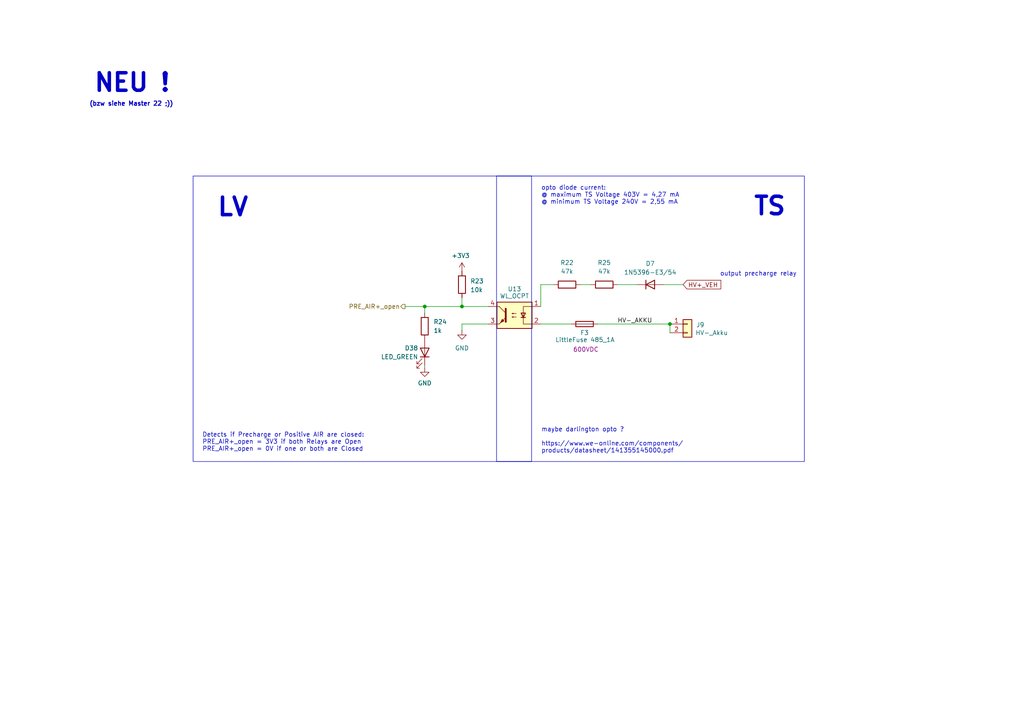
<source format=kicad_sch>
(kicad_sch
	(version 20231120)
	(generator "eeschema")
	(generator_version "8.0")
	(uuid "147e6aec-331a-4a67-bc56-2e8ecabcaa8b")
	(paper "A4")
	(lib_symbols
		(symbol "Connector_Generic:Conn_01x02"
			(pin_names
				(offset 1.016) hide)
			(exclude_from_sim no)
			(in_bom yes)
			(on_board yes)
			(property "Reference" "J"
				(at 0 2.54 0)
				(effects
					(font
						(size 1.27 1.27)
					)
				)
			)
			(property "Value" "Conn_01x02"
				(at 0 -5.08 0)
				(effects
					(font
						(size 1.27 1.27)
					)
				)
			)
			(property "Footprint" ""
				(at 0 0 0)
				(effects
					(font
						(size 1.27 1.27)
					)
					(hide yes)
				)
			)
			(property "Datasheet" "~"
				(at 0 0 0)
				(effects
					(font
						(size 1.27 1.27)
					)
					(hide yes)
				)
			)
			(property "Description" "Generic connector, single row, 01x02, script generated (kicad-library-utils/schlib/autogen/connector/)"
				(at 0 0 0)
				(effects
					(font
						(size 1.27 1.27)
					)
					(hide yes)
				)
			)
			(property "ki_keywords" "connector"
				(at 0 0 0)
				(effects
					(font
						(size 1.27 1.27)
					)
					(hide yes)
				)
			)
			(property "ki_fp_filters" "Connector*:*_1x??_*"
				(at 0 0 0)
				(effects
					(font
						(size 1.27 1.27)
					)
					(hide yes)
				)
			)
			(symbol "Conn_01x02_1_1"
				(rectangle
					(start -1.27 -2.413)
					(end 0 -2.667)
					(stroke
						(width 0.1524)
						(type default)
					)
					(fill
						(type none)
					)
				)
				(rectangle
					(start -1.27 0.127)
					(end 0 -0.127)
					(stroke
						(width 0.1524)
						(type default)
					)
					(fill
						(type none)
					)
				)
				(rectangle
					(start -1.27 1.27)
					(end 1.27 -3.81)
					(stroke
						(width 0.254)
						(type default)
					)
					(fill
						(type background)
					)
				)
				(pin passive line
					(at -5.08 0 0)
					(length 3.81)
					(name "Pin_1"
						(effects
							(font
								(size 1.27 1.27)
							)
						)
					)
					(number "1"
						(effects
							(font
								(size 1.27 1.27)
							)
						)
					)
				)
				(pin passive line
					(at -5.08 -2.54 0)
					(length 3.81)
					(name "Pin_2"
						(effects
							(font
								(size 1.27 1.27)
							)
						)
					)
					(number "2"
						(effects
							(font
								(size 1.27 1.27)
							)
						)
					)
				)
			)
		)
		(symbol "Device:D"
			(pin_numbers hide)
			(pin_names
				(offset 1.016) hide)
			(exclude_from_sim no)
			(in_bom yes)
			(on_board yes)
			(property "Reference" "D"
				(at 0 2.54 0)
				(effects
					(font
						(size 1.27 1.27)
					)
				)
			)
			(property "Value" "D"
				(at 0 -2.54 0)
				(effects
					(font
						(size 1.27 1.27)
					)
				)
			)
			(property "Footprint" ""
				(at 0 0 0)
				(effects
					(font
						(size 1.27 1.27)
					)
					(hide yes)
				)
			)
			(property "Datasheet" "~"
				(at 0 0 0)
				(effects
					(font
						(size 1.27 1.27)
					)
					(hide yes)
				)
			)
			(property "Description" "Diode"
				(at 0 0 0)
				(effects
					(font
						(size 1.27 1.27)
					)
					(hide yes)
				)
			)
			(property "ki_keywords" "diode"
				(at 0 0 0)
				(effects
					(font
						(size 1.27 1.27)
					)
					(hide yes)
				)
			)
			(property "ki_fp_filters" "TO-???* *_Diode_* *SingleDiode* D_*"
				(at 0 0 0)
				(effects
					(font
						(size 1.27 1.27)
					)
					(hide yes)
				)
			)
			(symbol "D_0_1"
				(polyline
					(pts
						(xy -1.27 1.27) (xy -1.27 -1.27)
					)
					(stroke
						(width 0.254)
						(type default)
					)
					(fill
						(type none)
					)
				)
				(polyline
					(pts
						(xy 1.27 0) (xy -1.27 0)
					)
					(stroke
						(width 0)
						(type default)
					)
					(fill
						(type none)
					)
				)
				(polyline
					(pts
						(xy 1.27 1.27) (xy 1.27 -1.27) (xy -1.27 0) (xy 1.27 1.27)
					)
					(stroke
						(width 0.254)
						(type default)
					)
					(fill
						(type none)
					)
				)
			)
			(symbol "D_1_1"
				(pin passive line
					(at -3.81 0 0)
					(length 2.54)
					(name "K"
						(effects
							(font
								(size 1.27 1.27)
							)
						)
					)
					(number "1"
						(effects
							(font
								(size 1.27 1.27)
							)
						)
					)
				)
				(pin passive line
					(at 3.81 0 180)
					(length 2.54)
					(name "A"
						(effects
							(font
								(size 1.27 1.27)
							)
						)
					)
					(number "2"
						(effects
							(font
								(size 1.27 1.27)
							)
						)
					)
				)
			)
		)
		(symbol "Device:LED"
			(pin_numbers hide)
			(pin_names
				(offset 1.016) hide)
			(exclude_from_sim no)
			(in_bom yes)
			(on_board yes)
			(property "Reference" "D"
				(at 0 2.54 0)
				(effects
					(font
						(size 1.27 1.27)
					)
				)
			)
			(property "Value" "LED"
				(at 0 -2.54 0)
				(effects
					(font
						(size 1.27 1.27)
					)
				)
			)
			(property "Footprint" ""
				(at 0 0 0)
				(effects
					(font
						(size 1.27 1.27)
					)
					(hide yes)
				)
			)
			(property "Datasheet" "~"
				(at 0 0 0)
				(effects
					(font
						(size 1.27 1.27)
					)
					(hide yes)
				)
			)
			(property "Description" "Light emitting diode"
				(at 0 0 0)
				(effects
					(font
						(size 1.27 1.27)
					)
					(hide yes)
				)
			)
			(property "ki_keywords" "LED diode"
				(at 0 0 0)
				(effects
					(font
						(size 1.27 1.27)
					)
					(hide yes)
				)
			)
			(property "ki_fp_filters" "LED* LED_SMD:* LED_THT:*"
				(at 0 0 0)
				(effects
					(font
						(size 1.27 1.27)
					)
					(hide yes)
				)
			)
			(symbol "LED_0_1"
				(polyline
					(pts
						(xy -1.27 -1.27) (xy -1.27 1.27)
					)
					(stroke
						(width 0.254)
						(type default)
					)
					(fill
						(type none)
					)
				)
				(polyline
					(pts
						(xy -1.27 0) (xy 1.27 0)
					)
					(stroke
						(width 0)
						(type default)
					)
					(fill
						(type none)
					)
				)
				(polyline
					(pts
						(xy 1.27 -1.27) (xy 1.27 1.27) (xy -1.27 0) (xy 1.27 -1.27)
					)
					(stroke
						(width 0.254)
						(type default)
					)
					(fill
						(type none)
					)
				)
				(polyline
					(pts
						(xy -3.048 -0.762) (xy -4.572 -2.286) (xy -3.81 -2.286) (xy -4.572 -2.286) (xy -4.572 -1.524)
					)
					(stroke
						(width 0)
						(type default)
					)
					(fill
						(type none)
					)
				)
				(polyline
					(pts
						(xy -1.778 -0.762) (xy -3.302 -2.286) (xy -2.54 -2.286) (xy -3.302 -2.286) (xy -3.302 -1.524)
					)
					(stroke
						(width 0)
						(type default)
					)
					(fill
						(type none)
					)
				)
			)
			(symbol "LED_1_1"
				(pin passive line
					(at -3.81 0 0)
					(length 2.54)
					(name "K"
						(effects
							(font
								(size 1.27 1.27)
							)
						)
					)
					(number "1"
						(effects
							(font
								(size 1.27 1.27)
							)
						)
					)
				)
				(pin passive line
					(at 3.81 0 180)
					(length 2.54)
					(name "A"
						(effects
							(font
								(size 1.27 1.27)
							)
						)
					)
					(number "2"
						(effects
							(font
								(size 1.27 1.27)
							)
						)
					)
				)
			)
		)
		(symbol "Device:R"
			(pin_numbers hide)
			(pin_names
				(offset 0)
			)
			(exclude_from_sim no)
			(in_bom yes)
			(on_board yes)
			(property "Reference" "R"
				(at 2.032 0 90)
				(effects
					(font
						(size 1.27 1.27)
					)
				)
			)
			(property "Value" "R"
				(at 0 0 90)
				(effects
					(font
						(size 1.27 1.27)
					)
				)
			)
			(property "Footprint" ""
				(at -1.778 0 90)
				(effects
					(font
						(size 1.27 1.27)
					)
					(hide yes)
				)
			)
			(property "Datasheet" "~"
				(at 0 0 0)
				(effects
					(font
						(size 1.27 1.27)
					)
					(hide yes)
				)
			)
			(property "Description" "Resistor"
				(at 0 0 0)
				(effects
					(font
						(size 1.27 1.27)
					)
					(hide yes)
				)
			)
			(property "ki_keywords" "R res resistor"
				(at 0 0 0)
				(effects
					(font
						(size 1.27 1.27)
					)
					(hide yes)
				)
			)
			(property "ki_fp_filters" "R_*"
				(at 0 0 0)
				(effects
					(font
						(size 1.27 1.27)
					)
					(hide yes)
				)
			)
			(symbol "R_0_1"
				(rectangle
					(start -1.016 -2.54)
					(end 1.016 2.54)
					(stroke
						(width 0.254)
						(type default)
					)
					(fill
						(type none)
					)
				)
			)
			(symbol "R_1_1"
				(pin passive line
					(at 0 3.81 270)
					(length 1.27)
					(name "~"
						(effects
							(font
								(size 1.27 1.27)
							)
						)
					)
					(number "1"
						(effects
							(font
								(size 1.27 1.27)
							)
						)
					)
				)
				(pin passive line
					(at 0 -3.81 90)
					(length 1.27)
					(name "~"
						(effects
							(font
								(size 1.27 1.27)
							)
						)
					)
					(number "2"
						(effects
							(font
								(size 1.27 1.27)
							)
						)
					)
				)
			)
		)
		(symbol "FaSTTUBe_Fuses:485_1A"
			(pin_numbers hide)
			(pin_names
				(offset 0)
			)
			(exclude_from_sim no)
			(in_bom yes)
			(on_board yes)
			(property "Reference" "F"
				(at 2.032 0 90)
				(effects
					(font
						(size 1.27 1.27)
					)
				)
			)
			(property "Value" "485_1A"
				(at -5.08 0 90)
				(effects
					(font
						(size 1.27 1.27)
					)
				)
			)
			(property "Footprint" "FaSTTUBe_Fuses:Littelfuse_485"
				(at 5.08 0 90)
				(effects
					(font
						(size 1.27 1.27)
					)
					(hide yes)
				)
			)
			(property "Datasheet" "~"
				(at 0 0 0)
				(effects
					(font
						(size 1.27 1.27)
					)
					(hide yes)
				)
			)
			(property "Description" "Littelfuse 485 Series 600Vdc, 1A"
				(at 0 0 0)
				(effects
					(font
						(size 1.27 1.27)
					)
					(hide yes)
				)
			)
			(property "Voltage" "600VDC"
				(at -2.54 0 90)
				(effects
					(font
						(size 1.27 1.27)
					)
				)
			)
			(property "ki_keywords" "fuse"
				(at 0 0 0)
				(effects
					(font
						(size 1.27 1.27)
					)
					(hide yes)
				)
			)
			(property "ki_fp_filters" "*Fuse*"
				(at 0 0 0)
				(effects
					(font
						(size 1.27 1.27)
					)
					(hide yes)
				)
			)
			(symbol "485_1A_0_1"
				(rectangle
					(start -0.762 -2.54)
					(end 0.762 2.54)
					(stroke
						(width 0.254)
						(type default)
					)
					(fill
						(type none)
					)
				)
				(polyline
					(pts
						(xy 0 2.54) (xy 0 -2.54)
					)
					(stroke
						(width 0)
						(type default)
					)
					(fill
						(type none)
					)
				)
			)
			(symbol "485_1A_1_1"
				(pin passive line
					(at 0 3.81 270)
					(length 1.27)
					(name "~"
						(effects
							(font
								(size 1.27 1.27)
							)
						)
					)
					(number "1"
						(effects
							(font
								(size 1.27 1.27)
							)
						)
					)
				)
				(pin passive line
					(at 0 -3.81 90)
					(length 1.27)
					(name "~"
						(effects
							(font
								(size 1.27 1.27)
							)
						)
					)
					(number "2"
						(effects
							(font
								(size 1.27 1.27)
							)
						)
					)
				)
			)
		)
		(symbol "Isolator:FODM217A"
			(exclude_from_sim no)
			(in_bom yes)
			(on_board yes)
			(property "Reference" "U4"
				(at 1.27 7.62 0)
				(effects
					(font
						(size 1.27 1.27)
					)
				)
			)
			(property "Value" "WL_OCDA"
				(at 1.27 5.588 0)
				(effects
					(font
						(size 1.27 1.27)
					)
				)
			)
			(property "Footprint" "Package_SO:SOP-4_4.4x2.6mm_P1.27mm"
				(at 0 -5.08 0)
				(effects
					(font
						(size 1.27 1.27)
						(italic yes)
					)
					(hide yes)
				)
			)
			(property "Datasheet" ""
				(at 0 0 0)
				(effects
					(font
						(size 1.27 1.27)
					)
					(justify left)
					(hide yes)
				)
			)
			(property "Description" "141352145000"
				(at 0 0 0)
				(effects
					(font
						(size 1.27 1.27)
					)
					(hide yes)
				)
			)
			(property "ki_keywords" "DC Phototransistor Optocoupler"
				(at 0 0 0)
				(effects
					(font
						(size 1.27 1.27)
					)
					(hide yes)
				)
			)
			(property "ki_fp_filters" "SOP*4.4x2.6mm*P1.27mm*"
				(at 0 0 0)
				(effects
					(font
						(size 1.27 1.27)
					)
					(hide yes)
				)
			)
			(symbol "FODM217A_0_1"
				(rectangle
					(start -5.08 3.81)
					(end 5.08 -3.81)
					(stroke
						(width 0.254)
						(type default)
					)
					(fill
						(type background)
					)
				)
				(polyline
					(pts
						(xy -3.175 -0.635) (xy -1.905 -0.635)
					)
					(stroke
						(width 0.254)
						(type default)
					)
					(fill
						(type none)
					)
				)
				(polyline
					(pts
						(xy 2.54 0.635) (xy 4.445 2.54)
					)
					(stroke
						(width 0)
						(type default)
					)
					(fill
						(type none)
					)
				)
				(polyline
					(pts
						(xy 4.445 -2.54) (xy 2.54 -0.635)
					)
					(stroke
						(width 0)
						(type default)
					)
					(fill
						(type outline)
					)
				)
				(polyline
					(pts
						(xy 4.445 -2.54) (xy 5.08 -2.54)
					)
					(stroke
						(width 0)
						(type default)
					)
					(fill
						(type none)
					)
				)
				(polyline
					(pts
						(xy 4.445 2.54) (xy 5.08 2.54)
					)
					(stroke
						(width 0)
						(type default)
					)
					(fill
						(type none)
					)
				)
				(polyline
					(pts
						(xy -5.08 2.54) (xy -2.54 2.54) (xy -2.54 -0.635)
					)
					(stroke
						(width 0)
						(type default)
					)
					(fill
						(type none)
					)
				)
				(polyline
					(pts
						(xy -2.54 -0.635) (xy -2.54 -2.54) (xy -5.08 -2.54)
					)
					(stroke
						(width 0)
						(type default)
					)
					(fill
						(type none)
					)
				)
				(polyline
					(pts
						(xy 2.54 1.905) (xy 2.54 -1.905) (xy 2.54 -1.905)
					)
					(stroke
						(width 0.508)
						(type default)
					)
					(fill
						(type none)
					)
				)
				(polyline
					(pts
						(xy -2.54 -0.635) (xy -3.175 0.635) (xy -1.905 0.635) (xy -2.54 -0.635)
					)
					(stroke
						(width 0.254)
						(type default)
					)
					(fill
						(type none)
					)
				)
				(polyline
					(pts
						(xy -0.508 -0.508) (xy 0.762 -0.508) (xy 0.381 -0.635) (xy 0.381 -0.381) (xy 0.762 -0.508)
					)
					(stroke
						(width 0)
						(type default)
					)
					(fill
						(type none)
					)
				)
				(polyline
					(pts
						(xy -0.508 0.508) (xy 0.762 0.508) (xy 0.381 0.381) (xy 0.381 0.635) (xy 0.762 0.508)
					)
					(stroke
						(width 0)
						(type default)
					)
					(fill
						(type none)
					)
				)
				(polyline
					(pts
						(xy 3.048 -1.651) (xy 3.556 -1.143) (xy 4.064 -2.159) (xy 3.048 -1.651) (xy 3.048 -1.651)
					)
					(stroke
						(width 0)
						(type default)
					)
					(fill
						(type outline)
					)
				)
			)
			(symbol "FODM217A_1_1"
				(pin passive line
					(at -7.62 2.54 0)
					(length 2.54)
					(name "~"
						(effects
							(font
								(size 1.27 1.27)
							)
						)
					)
					(number "1"
						(effects
							(font
								(size 1.27 1.27)
							)
						)
					)
				)
				(pin passive line
					(at -7.62 -2.54 0)
					(length 2.54)
					(name "~"
						(effects
							(font
								(size 1.27 1.27)
							)
						)
					)
					(number "2"
						(effects
							(font
								(size 1.27 1.27)
							)
						)
					)
				)
				(pin passive line
					(at 7.62 -2.54 180)
					(length 2.54)
					(name "~"
						(effects
							(font
								(size 1.27 1.27)
							)
						)
					)
					(number "3"
						(effects
							(font
								(size 1.27 1.27)
							)
						)
					)
				)
				(pin passive line
					(at 7.62 2.54 180)
					(length 2.54)
					(name "~"
						(effects
							(font
								(size 1.27 1.27)
							)
						)
					)
					(number "4"
						(effects
							(font
								(size 1.27 1.27)
							)
						)
					)
				)
			)
		)
		(symbol "power:+3V3"
			(power)
			(pin_numbers hide)
			(pin_names
				(offset 0) hide)
			(exclude_from_sim no)
			(in_bom yes)
			(on_board yes)
			(property "Reference" "#PWR"
				(at 0 -3.81 0)
				(effects
					(font
						(size 1.27 1.27)
					)
					(hide yes)
				)
			)
			(property "Value" "+3V3"
				(at 0 3.556 0)
				(effects
					(font
						(size 1.27 1.27)
					)
				)
			)
			(property "Footprint" ""
				(at 0 0 0)
				(effects
					(font
						(size 1.27 1.27)
					)
					(hide yes)
				)
			)
			(property "Datasheet" ""
				(at 0 0 0)
				(effects
					(font
						(size 1.27 1.27)
					)
					(hide yes)
				)
			)
			(property "Description" "Power symbol creates a global label with name \"+3V3\""
				(at 0 0 0)
				(effects
					(font
						(size 1.27 1.27)
					)
					(hide yes)
				)
			)
			(property "ki_keywords" "global power"
				(at 0 0 0)
				(effects
					(font
						(size 1.27 1.27)
					)
					(hide yes)
				)
			)
			(symbol "+3V3_0_1"
				(polyline
					(pts
						(xy -0.762 1.27) (xy 0 2.54)
					)
					(stroke
						(width 0)
						(type default)
					)
					(fill
						(type none)
					)
				)
				(polyline
					(pts
						(xy 0 0) (xy 0 2.54)
					)
					(stroke
						(width 0)
						(type default)
					)
					(fill
						(type none)
					)
				)
				(polyline
					(pts
						(xy 0 2.54) (xy 0.762 1.27)
					)
					(stroke
						(width 0)
						(type default)
					)
					(fill
						(type none)
					)
				)
			)
			(symbol "+3V3_1_1"
				(pin power_in line
					(at 0 0 90)
					(length 0)
					(name "~"
						(effects
							(font
								(size 1.27 1.27)
							)
						)
					)
					(number "1"
						(effects
							(font
								(size 1.27 1.27)
							)
						)
					)
				)
			)
		)
		(symbol "power:GND"
			(power)
			(pin_numbers hide)
			(pin_names
				(offset 0) hide)
			(exclude_from_sim no)
			(in_bom yes)
			(on_board yes)
			(property "Reference" "#PWR"
				(at 0 -6.35 0)
				(effects
					(font
						(size 1.27 1.27)
					)
					(hide yes)
				)
			)
			(property "Value" "GND"
				(at 0 -3.81 0)
				(effects
					(font
						(size 1.27 1.27)
					)
				)
			)
			(property "Footprint" ""
				(at 0 0 0)
				(effects
					(font
						(size 1.27 1.27)
					)
					(hide yes)
				)
			)
			(property "Datasheet" ""
				(at 0 0 0)
				(effects
					(font
						(size 1.27 1.27)
					)
					(hide yes)
				)
			)
			(property "Description" "Power symbol creates a global label with name \"GND\" , ground"
				(at 0 0 0)
				(effects
					(font
						(size 1.27 1.27)
					)
					(hide yes)
				)
			)
			(property "ki_keywords" "global power"
				(at 0 0 0)
				(effects
					(font
						(size 1.27 1.27)
					)
					(hide yes)
				)
			)
			(symbol "GND_0_1"
				(polyline
					(pts
						(xy 0 0) (xy 0 -1.27) (xy 1.27 -1.27) (xy 0 -2.54) (xy -1.27 -1.27) (xy 0 -1.27)
					)
					(stroke
						(width 0)
						(type default)
					)
					(fill
						(type none)
					)
				)
			)
			(symbol "GND_1_1"
				(pin power_in line
					(at 0 0 270)
					(length 0)
					(name "~"
						(effects
							(font
								(size 1.27 1.27)
							)
						)
					)
					(number "1"
						(effects
							(font
								(size 1.27 1.27)
							)
						)
					)
				)
			)
		)
	)
	(junction
		(at 123.19 88.9)
		(diameter 0)
		(color 0 0 0 0)
		(uuid "35e71489-103b-489c-bf28-4add031872bd")
	)
	(junction
		(at 194.31 93.98)
		(diameter 0)
		(color 0 0 0 0)
		(uuid "4317e541-6f8d-4f01-813e-5bb5a099a361")
	)
	(junction
		(at 133.985 88.9)
		(diameter 0)
		(color 0 0 0 0)
		(uuid "dc8f0e16-e756-4195-9ab7-b783d2d40ddd")
	)
	(wire
		(pts
			(xy 173.355 93.98) (xy 194.31 93.98)
		)
		(stroke
			(width 0)
			(type default)
		)
		(uuid "21c922c4-52b3-4aef-8b9c-24a5339fbc0e")
	)
	(wire
		(pts
			(xy 123.19 90.805) (xy 123.19 88.9)
		)
		(stroke
			(width 0)
			(type default)
		)
		(uuid "2b74c7f5-29e3-43c6-9b8e-a3c4028200ac")
	)
	(wire
		(pts
			(xy 179.07 82.55) (xy 184.785 82.55)
		)
		(stroke
			(width 0)
			(type default)
		)
		(uuid "2cf17f9d-09cd-4cf4-a107-3c1a1b2f52b8")
	)
	(wire
		(pts
			(xy 192.405 82.55) (xy 198.12 82.55)
		)
		(stroke
			(width 0)
			(type default)
		)
		(uuid "3c1b7ab8-dc73-43a9-b854-0d74a410f323")
	)
	(wire
		(pts
			(xy 123.19 88.9) (xy 133.985 88.9)
		)
		(stroke
			(width 0)
			(type default)
		)
		(uuid "50869dfd-a745-49af-b179-508b0fbf13b2")
	)
	(wire
		(pts
			(xy 194.31 93.98) (xy 194.31 96.52)
		)
		(stroke
			(width 0)
			(type default)
		)
		(uuid "6c5b4f5b-9046-41c3-8921-e56002edad84")
	)
	(wire
		(pts
			(xy 168.275 82.55) (xy 171.45 82.55)
		)
		(stroke
			(width 0)
			(type default)
		)
		(uuid "7912bf64-d739-4ff1-8d14-f38fd680be28")
	)
	(wire
		(pts
			(xy 117.475 88.9) (xy 123.19 88.9)
		)
		(stroke
			(width 0)
			(type default)
		)
		(uuid "7a893ff7-9d23-4a68-8c48-0f13785f7221")
	)
	(wire
		(pts
			(xy 156.845 93.98) (xy 165.735 93.98)
		)
		(stroke
			(width 0)
			(type default)
		)
		(uuid "7d9021ae-2354-449d-b4e8-b723040b4c85")
	)
	(wire
		(pts
			(xy 133.985 95.885) (xy 133.985 93.98)
		)
		(stroke
			(width 0)
			(type default)
		)
		(uuid "95d3d2ba-60e0-46c6-912a-d230173a9267")
	)
	(wire
		(pts
			(xy 156.845 82.55) (xy 160.655 82.55)
		)
		(stroke
			(width 0)
			(type default)
		)
		(uuid "9b5a8e3a-a60e-435e-980b-88c13ae80855")
	)
	(wire
		(pts
			(xy 133.985 86.36) (xy 133.985 88.9)
		)
		(stroke
			(width 0)
			(type default)
		)
		(uuid "a40bccd4-f801-441a-8a84-b67eb282c3aa")
	)
	(wire
		(pts
			(xy 123.19 106.68) (xy 123.19 106.045)
		)
		(stroke
			(width 0)
			(type default)
		)
		(uuid "b341459c-74b4-4deb-bc92-b9c22162f9ab")
	)
	(wire
		(pts
			(xy 156.845 82.55) (xy 156.845 88.9)
		)
		(stroke
			(width 0)
			(type default)
		)
		(uuid "e651083f-a660-4b21-bed2-5310f84d55dc")
	)
	(wire
		(pts
			(xy 133.985 88.9) (xy 141.605 88.9)
		)
		(stroke
			(width 0)
			(type default)
		)
		(uuid "e821dad4-9261-4aab-a9a6-fafa560a6adb")
	)
	(wire
		(pts
			(xy 133.985 93.98) (xy 141.605 93.98)
		)
		(stroke
			(width 0)
			(type default)
		)
		(uuid "ed82b0ef-233b-445e-ad4f-19bc23585345")
	)
	(rectangle
		(start 144.018 51.054)
		(end 154.178 133.858)
		(stroke
			(width 0)
			(type default)
		)
		(fill
			(type none)
		)
		(uuid bd18933d-e4fb-45ca-b0c6-70fbd94acf38)
	)
	(rectangle
		(start 56.007 51.054)
		(end 233.299 133.858)
		(stroke
			(width 0)
			(type default)
		)
		(fill
			(type none)
		)
		(uuid cfa3ce83-a4c7-4028-a13b-f95170c7c6d6)
	)
	(text "output precharge relay"
		(exclude_from_sim no)
		(at 219.964 79.502 0)
		(effects
			(font
				(size 1.27 1.27)
			)
		)
		(uuid "1da9d064-f97b-4474-95a0-163f901aa209")
	)
	(text "(bzw siehe Master 22 ;))"
		(exclude_from_sim no)
		(at 38.1 30.226 0)
		(effects
			(font
				(size 1.27 1.27)
				(bold yes)
			)
		)
		(uuid "23a9f6c2-faff-41cb-a88f-a0612b5fe23e")
	)
	(text "Detects if Precharge or Positive AIR are closed:\nPRE_AIR+_open = 3V3 if both Relays are Open\nPRE_AIR+_open = 0V if one or both are Closed "
		(exclude_from_sim no)
		(at 58.674 131.064 0)
		(effects
			(font
				(size 1.27 1.27)
			)
			(justify left bottom)
		)
		(uuid "27fc8c63-bf68-4bcc-8c4e-45e741bd7282")
	)
	(text "LV"
		(exclude_from_sim no)
		(at 67.564 60.198 0)
		(effects
			(font
				(size 5.08 5.08)
				(thickness 1.016)
				(bold yes)
			)
		)
		(uuid "287bd5b3-90bf-47e8-a99a-1d46e3229eee")
	)
	(text "NEU !"
		(exclude_from_sim no)
		(at 38.354 24.13 0)
		(effects
			(font
				(size 5.08 5.08)
				(thickness 1.016)
				(bold yes)
			)
		)
		(uuid "8e2a41b3-a14d-47ea-b3fe-ca974fcea2aa")
	)
	(text "maybe darlington opto ?\n\nhttps://www.we-online.com/components/\nproducts/datasheet/141355145000.pdf"
		(exclude_from_sim no)
		(at 156.972 127.762 0)
		(effects
			(font
				(size 1.27 1.27)
			)
			(justify left)
		)
		(uuid "a2ad6220-9136-480b-b288-06933ae69049")
	)
	(text "TS"
		(exclude_from_sim no)
		(at 223.266 59.944 0)
		(effects
			(font
				(size 5.08 5.08)
				(thickness 1.016)
				(bold yes)
			)
		)
		(uuid "b075c53d-92c9-456d-abf7-eed816b092d6")
	)
	(text "opto diode current:\n@ maximum TS Voltage 403V = 4,27 mA\n@ minimum TS Voltage 240V = 2,55 mA"
		(exclude_from_sim no)
		(at 156.972 56.642 0)
		(effects
			(font
				(size 1.27 1.27)
			)
			(justify left)
		)
		(uuid "d4b04a63-fe59-4b72-943d-35207f31044c")
	)
	(label "HV-_AKKU"
		(at 179.07 93.98 0)
		(fields_autoplaced yes)
		(effects
			(font
				(size 1.27 1.27)
			)
			(justify left bottom)
		)
		(uuid "95509a72-45dd-4cf0-ab2d-f7da0663a473")
	)
	(global_label "HV+_VEH"
		(shape input)
		(at 198.12 82.55 0)
		(fields_autoplaced yes)
		(effects
			(font
				(size 1.27 1.27)
			)
			(justify left)
		)
		(uuid "d02a03da-4633-4a77-a066-2272afd87b31")
		(property "Intersheetrefs" "${INTERSHEET_REFS}"
			(at 209.6324 82.55 0)
			(effects
				(font
					(size 1.27 1.27)
				)
				(justify left)
				(hide yes)
			)
		)
	)
	(hierarchical_label "PRE_AIR+_open"
		(shape output)
		(at 117.475 88.9 180)
		(fields_autoplaced yes)
		(effects
			(font
				(size 1.27 1.27)
			)
			(justify right)
		)
		(uuid "3f6aea03-b548-479e-aafe-ee682c3ed582")
	)
	(symbol
		(lib_id "Device:R")
		(at 123.19 94.615 0)
		(unit 1)
		(exclude_from_sim no)
		(in_bom yes)
		(on_board yes)
		(dnp no)
		(fields_autoplaced yes)
		(uuid "3104ba72-246c-42e8-8cd4-03b963e106b5")
		(property "Reference" "R24"
			(at 125.73 93.3449 0)
			(effects
				(font
					(size 1.27 1.27)
				)
				(justify left)
			)
		)
		(property "Value" "1k"
			(at 125.73 95.8849 0)
			(effects
				(font
					(size 1.27 1.27)
				)
				(justify left)
			)
		)
		(property "Footprint" "Resistor_SMD:R_0603_1608Metric"
			(at 121.412 94.615 90)
			(effects
				(font
					(size 1.27 1.27)
				)
				(hide yes)
			)
		)
		(property "Datasheet" "~"
			(at 123.19 94.615 0)
			(effects
				(font
					(size 1.27 1.27)
				)
				(hide yes)
			)
		)
		(property "Description" "Resistor"
			(at 123.19 94.615 0)
			(effects
				(font
					(size 1.27 1.27)
				)
				(hide yes)
			)
		)
		(property "Sim.Device" ""
			(at 123.19 94.615 0)
			(effects
				(font
					(size 1.27 1.27)
				)
				(hide yes)
			)
		)
		(property "Sim.Pins" ""
			(at 123.19 94.615 0)
			(effects
				(font
					(size 1.27 1.27)
				)
				(hide yes)
			)
		)
		(property "Sim.Type" ""
			(at 123.19 94.615 0)
			(effects
				(font
					(size 1.27 1.27)
				)
				(hide yes)
			)
		)
		(pin "2"
			(uuid "810e63bf-b9c5-4d77-83c1-44898b288015")
		)
		(pin "1"
			(uuid "ab1b6d8f-a14b-40db-96ed-62e024f68006")
		)
		(instances
			(project "Master_FT25"
				(path "/e63e39d7-6ac0-4ffd-8aa3-1841a4541b55/5ce1aa0c-f98f-4b94-80bd-f188cf4c57de/cbda76e2-9a35-4c57-88fc-51fcf41776aa"
					(reference "R24")
					(unit 1)
				)
			)
		)
	)
	(symbol
		(lib_id "power:+3V3")
		(at 133.985 78.74 0)
		(unit 1)
		(exclude_from_sim no)
		(in_bom yes)
		(on_board yes)
		(dnp no)
		(uuid "36250160-559d-463c-b874-6e474f00b333")
		(property "Reference" "#PWR029"
			(at 133.985 82.55 0)
			(effects
				(font
					(size 1.27 1.27)
				)
				(hide yes)
			)
		)
		(property "Value" "+3V3"
			(at 133.604 74.168 0)
			(effects
				(font
					(size 1.27 1.27)
				)
			)
		)
		(property "Footprint" ""
			(at 133.985 78.74 0)
			(effects
				(font
					(size 1.27 1.27)
				)
				(hide yes)
			)
		)
		(property "Datasheet" ""
			(at 133.985 78.74 0)
			(effects
				(font
					(size 1.27 1.27)
				)
				(hide yes)
			)
		)
		(property "Description" "Power symbol creates a global label with name \"+3V3\""
			(at 133.985 78.74 0)
			(effects
				(font
					(size 1.27 1.27)
				)
				(hide yes)
			)
		)
		(pin "1"
			(uuid "8c862918-1457-40b7-9a79-bf5759fd8dea")
		)
		(instances
			(project "Master_FT25"
				(path "/e63e39d7-6ac0-4ffd-8aa3-1841a4541b55/5ce1aa0c-f98f-4b94-80bd-f188cf4c57de/cbda76e2-9a35-4c57-88fc-51fcf41776aa"
					(reference "#PWR029")
					(unit 1)
				)
			)
		)
	)
	(symbol
		(lib_id "Device:R")
		(at 133.985 82.55 0)
		(unit 1)
		(exclude_from_sim no)
		(in_bom yes)
		(on_board yes)
		(dnp no)
		(uuid "38c1fba2-49db-4825-a944-b22a1f3a8158")
		(property "Reference" "R23"
			(at 136.398 81.534 0)
			(effects
				(font
					(size 1.27 1.27)
				)
				(justify left)
			)
		)
		(property "Value" "10k"
			(at 136.398 84.074 0)
			(effects
				(font
					(size 1.27 1.27)
				)
				(justify left)
			)
		)
		(property "Footprint" "Resistor_SMD:R_0603_1608Metric"
			(at 132.207 82.55 90)
			(effects
				(font
					(size 1.27 1.27)
				)
				(hide yes)
			)
		)
		(property "Datasheet" "~"
			(at 133.985 82.55 0)
			(effects
				(font
					(size 1.27 1.27)
				)
				(hide yes)
			)
		)
		(property "Description" "Resistor"
			(at 133.985 82.55 0)
			(effects
				(font
					(size 1.27 1.27)
				)
				(hide yes)
			)
		)
		(property "Sim.Device" ""
			(at 133.985 82.55 0)
			(effects
				(font
					(size 1.27 1.27)
				)
				(hide yes)
			)
		)
		(property "Sim.Pins" ""
			(at 133.985 82.55 0)
			(effects
				(font
					(size 1.27 1.27)
				)
				(hide yes)
			)
		)
		(property "Sim.Type" ""
			(at 133.985 82.55 0)
			(effects
				(font
					(size 1.27 1.27)
				)
				(hide yes)
			)
		)
		(pin "2"
			(uuid "dcf8a911-87d7-44bb-942a-4b86583260eb")
		)
		(pin "1"
			(uuid "92ac60ee-41af-411c-b7af-4ba09a52526b")
		)
		(instances
			(project "Master_FT25"
				(path "/e63e39d7-6ac0-4ffd-8aa3-1841a4541b55/5ce1aa0c-f98f-4b94-80bd-f188cf4c57de/cbda76e2-9a35-4c57-88fc-51fcf41776aa"
					(reference "R23")
					(unit 1)
				)
			)
		)
	)
	(symbol
		(lib_id "power:GND")
		(at 123.19 106.68 0)
		(unit 1)
		(exclude_from_sim no)
		(in_bom yes)
		(on_board yes)
		(dnp no)
		(fields_autoplaced yes)
		(uuid "4e2944a2-b41a-43cf-9771-35871664078a")
		(property "Reference" "#PWR012"
			(at 123.19 113.03 0)
			(effects
				(font
					(size 1.27 1.27)
				)
				(hide yes)
			)
		)
		(property "Value" "GND"
			(at 123.19 111.125 0)
			(effects
				(font
					(size 1.27 1.27)
				)
			)
		)
		(property "Footprint" ""
			(at 123.19 106.68 0)
			(effects
				(font
					(size 1.27 1.27)
				)
				(hide yes)
			)
		)
		(property "Datasheet" ""
			(at 123.19 106.68 0)
			(effects
				(font
					(size 1.27 1.27)
				)
				(hide yes)
			)
		)
		(property "Description" "Power symbol creates a global label with name \"GND\" , ground"
			(at 123.19 106.68 0)
			(effects
				(font
					(size 1.27 1.27)
				)
				(hide yes)
			)
		)
		(pin "1"
			(uuid "504c4605-77e9-44d4-a90a-5f36250a54cd")
		)
		(instances
			(project "Master_FT25"
				(path "/e63e39d7-6ac0-4ffd-8aa3-1841a4541b55/5ce1aa0c-f98f-4b94-80bd-f188cf4c57de/cbda76e2-9a35-4c57-88fc-51fcf41776aa"
					(reference "#PWR012")
					(unit 1)
				)
			)
		)
	)
	(symbol
		(lib_id "FaSTTUBe_Fuses:485_1A")
		(at 169.545 93.98 270)
		(mirror x)
		(unit 1)
		(exclude_from_sim no)
		(in_bom yes)
		(on_board yes)
		(dnp no)
		(uuid "54ef7a2c-bf2f-43d8-b8a2-2e93bc8b6fd2")
		(property "Reference" "F3"
			(at 169.545 96.52 90)
			(effects
				(font
					(size 1.27 1.27)
				)
			)
		)
		(property "Value" "LittleFuse 485_1A"
			(at 169.672 98.552 90)
			(effects
				(font
					(size 1.27 1.27)
				)
			)
		)
		(property "Footprint" "FaSTTUBe_Fuses:Littelfuse_485"
			(at 169.545 88.9 90)
			(effects
				(font
					(size 1.27 1.27)
				)
				(hide yes)
			)
		)
		(property "Datasheet" "https://www.mouser.de/datasheet/2/643/ds_CP_0ACJ_series-3045709.pdf"
			(at 169.545 93.98 0)
			(effects
				(font
					(size 1.27 1.27)
				)
				(hide yes)
			)
		)
		(property "Description" ""
			(at 169.545 93.98 0)
			(effects
				(font
					(size 1.27 1.27)
				)
				(hide yes)
			)
		)
		(property "Voltage" "600VDC"
			(at 169.926 101.346 90)
			(effects
				(font
					(size 1.27 1.27)
				)
			)
		)
		(property "Sim.Device" ""
			(at 169.545 93.98 0)
			(effects
				(font
					(size 1.27 1.27)
				)
				(hide yes)
			)
		)
		(property "Sim.Pins" ""
			(at 169.545 93.98 0)
			(effects
				(font
					(size 1.27 1.27)
				)
				(hide yes)
			)
		)
		(property "Sim.Type" ""
			(at 169.545 93.98 0)
			(effects
				(font
					(size 1.27 1.27)
				)
				(hide yes)
			)
		)
		(pin "1"
			(uuid "bd4ffc8c-0d1c-402e-be92-623c7865d8a7")
		)
		(pin "2"
			(uuid "36e9931d-87d2-472d-9aa5-caa6f4e33320")
		)
		(instances
			(project "Master_FT25"
				(path "/e63e39d7-6ac0-4ffd-8aa3-1841a4541b55/5ce1aa0c-f98f-4b94-80bd-f188cf4c57de/cbda76e2-9a35-4c57-88fc-51fcf41776aa"
					(reference "F3")
					(unit 1)
				)
			)
		)
	)
	(symbol
		(lib_id "Isolator:FODM217A")
		(at 149.225 91.44 0)
		(mirror y)
		(unit 1)
		(exclude_from_sim no)
		(in_bom yes)
		(on_board yes)
		(dnp no)
		(uuid "5602afa6-f9ef-4f19-8f0f-ef4215cc8bf5")
		(property "Reference" "U13"
			(at 149.225 83.82 0)
			(effects
				(font
					(size 1.27 1.27)
				)
			)
		)
		(property "Value" "WL_OCPT"
			(at 149.225 85.852 0)
			(effects
				(font
					(size 1.27 1.27)
				)
			)
		)
		(property "Footprint" "Package_SO:SOP-4_3.8x4.1mm_P2.54mm"
			(at 149.225 96.52 0)
			(effects
				(font
					(size 1.27 1.27)
					(italic yes)
				)
				(hide yes)
			)
		)
		(property "Datasheet" "https://www.we-online.com/components/products/datasheet/140356145200.pdf"
			(at 149.225 91.44 0)
			(effects
				(font
					(size 1.27 1.27)
				)
				(justify left)
				(hide yes)
			)
		)
		(property "Description" "140356145200"
			(at 149.225 91.44 0)
			(effects
				(font
					(size 1.27 1.27)
				)
				(hide yes)
			)
		)
		(property "Sim.Device" ""
			(at 149.225 91.44 0)
			(effects
				(font
					(size 1.27 1.27)
				)
				(hide yes)
			)
		)
		(property "Sim.Pins" ""
			(at 149.225 91.44 0)
			(effects
				(font
					(size 1.27 1.27)
				)
				(hide yes)
			)
		)
		(property "Sim.Type" ""
			(at 149.225 91.44 0)
			(effects
				(font
					(size 1.27 1.27)
				)
				(hide yes)
			)
		)
		(pin "3"
			(uuid "b8e5b9bf-22b7-4846-9a9d-56094a3542a6")
		)
		(pin "4"
			(uuid "d176df6a-a725-4a16-a173-71fce1c2b6bf")
		)
		(pin "1"
			(uuid "0905117f-a6f7-4e94-91b8-0877ecbfd52e")
		)
		(pin "2"
			(uuid "23164f79-1774-4e3e-af7b-d796103f05d8")
		)
		(instances
			(project "Master_FT25"
				(path "/e63e39d7-6ac0-4ffd-8aa3-1841a4541b55/5ce1aa0c-f98f-4b94-80bd-f188cf4c57de/cbda76e2-9a35-4c57-88fc-51fcf41776aa"
					(reference "U13")
					(unit 1)
				)
			)
		)
	)
	(symbol
		(lib_id "Device:D")
		(at 188.595 82.55 0)
		(unit 1)
		(exclude_from_sim no)
		(in_bom yes)
		(on_board yes)
		(dnp no)
		(uuid "636dc9ec-a29e-4e90-bfd2-97720cc58ee3")
		(property "Reference" "D7"
			(at 188.595 76.454 0)
			(effects
				(font
					(size 1.27 1.27)
				)
			)
		)
		(property "Value" "1N5396-E3/54"
			(at 188.595 78.994 0)
			(effects
				(font
					(size 1.27 1.27)
				)
			)
		)
		(property "Footprint" "Diode_THT:D_DO-41_SOD81_P12.70mm_Horizontal"
			(at 188.595 82.55 0)
			(effects
				(font
					(size 1.27 1.27)
				)
				(hide yes)
			)
		)
		(property "Datasheet" "https://www.vishay.com/docs/88514/1n5391.pdf"
			(at 188.595 82.55 0)
			(effects
				(font
					(size 1.27 1.27)
				)
				(hide yes)
			)
		)
		(property "Description" "500 V"
			(at 188.595 82.55 0)
			(effects
				(font
					(size 1.27 1.27)
				)
				(hide yes)
			)
		)
		(property "Sim.Device" ""
			(at 188.595 82.55 0)
			(effects
				(font
					(size 1.27 1.27)
				)
				(hide yes)
			)
		)
		(property "Sim.Pins" ""
			(at 188.595 82.55 0)
			(effects
				(font
					(size 1.27 1.27)
				)
				(hide yes)
			)
		)
		(property "Sim.Type" ""
			(at 188.595 82.55 0)
			(effects
				(font
					(size 1.27 1.27)
				)
				(hide yes)
			)
		)
		(pin "1"
			(uuid "30e8bfff-b71d-46d3-b905-b64b1b5b4011")
		)
		(pin "2"
			(uuid "be9ec972-7872-4b3c-aa0e-70f92956a037")
		)
		(instances
			(project "Master_FT25"
				(path "/e63e39d7-6ac0-4ffd-8aa3-1841a4541b55/5ce1aa0c-f98f-4b94-80bd-f188cf4c57de/cbda76e2-9a35-4c57-88fc-51fcf41776aa"
					(reference "D7")
					(unit 1)
				)
			)
		)
	)
	(symbol
		(lib_id "Connector_Generic:Conn_01x02")
		(at 199.39 93.98 0)
		(unit 1)
		(exclude_from_sim no)
		(in_bom yes)
		(on_board yes)
		(dnp no)
		(uuid "9719f5f2-8a02-4ad3-a444-4255ef9d06f3")
		(property "Reference" "J9"
			(at 201.93 94.234 0)
			(effects
				(font
					(size 1.27 1.27)
				)
				(justify left)
			)
		)
		(property "Value" "HV-_Akku"
			(at 201.676 96.52 0)
			(effects
				(font
					(size 1.27 1.27)
				)
				(justify left)
			)
		)
		(property "Footprint" "FaSTTUBe_connectors:Micro_Mate-N-Lok_2p_vertical"
			(at 199.39 93.98 0)
			(effects
				(font
					(size 1.27 1.27)
				)
				(hide yes)
			)
		)
		(property "Datasheet" "~"
			(at 199.39 93.98 0)
			(effects
				(font
					(size 1.27 1.27)
				)
				(hide yes)
			)
		)
		(property "Description" "Generic connector, single row, 01x02, script generated (kicad-library-utils/schlib/autogen/connector/)"
			(at 199.39 93.98 0)
			(effects
				(font
					(size 1.27 1.27)
				)
				(hide yes)
			)
		)
		(property "Silkscreen" "HV-_Akku"
			(at 199.39 93.98 0)
			(effects
				(font
					(size 1.27 1.27)
				)
				(hide yes)
			)
		)
		(property "Sim.Device" ""
			(at 199.39 93.98 0)
			(effects
				(font
					(size 1.27 1.27)
				)
				(hide yes)
			)
		)
		(property "Sim.Pins" ""
			(at 199.39 93.98 0)
			(effects
				(font
					(size 1.27 1.27)
				)
				(hide yes)
			)
		)
		(property "Sim.Type" ""
			(at 199.39 93.98 0)
			(effects
				(font
					(size 1.27 1.27)
				)
				(hide yes)
			)
		)
		(pin "2"
			(uuid "5e3d013a-51e3-4ff2-b3fe-2bb0101be1b5")
		)
		(pin "1"
			(uuid "d1e5b3d7-b398-4b28-a4dd-2e5e1dc80369")
		)
		(instances
			(project "Master_FT25"
				(path "/e63e39d7-6ac0-4ffd-8aa3-1841a4541b55/5ce1aa0c-f98f-4b94-80bd-f188cf4c57de/cbda76e2-9a35-4c57-88fc-51fcf41776aa"
					(reference "J9")
					(unit 1)
				)
			)
		)
	)
	(symbol
		(lib_id "Device:LED")
		(at 123.19 102.235 270)
		(mirror x)
		(unit 1)
		(exclude_from_sim no)
		(in_bom yes)
		(on_board yes)
		(dnp no)
		(uuid "9ef335ab-5957-411a-8599-60057756f9fb")
		(property "Reference" "D38"
			(at 121.285 100.965 90)
			(effects
				(font
					(size 1.27 1.27)
				)
				(justify right)
			)
		)
		(property "Value" "LED_GREEN"
			(at 121.285 103.505 90)
			(effects
				(font
					(size 1.27 1.27)
				)
				(justify right)
			)
		)
		(property "Footprint" "LED_SMD:LED_0603_1608Metric"
			(at 123.19 102.235 0)
			(effects
				(font
					(size 1.27 1.27)
				)
				(hide yes)
			)
		)
		(property "Datasheet" "~"
			(at 123.19 102.235 0)
			(effects
				(font
					(size 1.27 1.27)
				)
				(hide yes)
			)
		)
		(property "Description" "AIR+ and PC closed"
			(at 123.19 102.235 0)
			(effects
				(font
					(size 1.27 1.27)
				)
				(hide yes)
			)
		)
		(property "Sim.Device" ""
			(at 123.19 102.235 0)
			(effects
				(font
					(size 1.27 1.27)
				)
				(hide yes)
			)
		)
		(property "Sim.Pins" ""
			(at 123.19 102.235 0)
			(effects
				(font
					(size 1.27 1.27)
				)
				(hide yes)
			)
		)
		(property "Sim.Type" ""
			(at 123.19 102.235 0)
			(effects
				(font
					(size 1.27 1.27)
				)
				(hide yes)
			)
		)
		(pin "1"
			(uuid "ef7519c0-50a6-4678-b2a6-d1e3e3199a59")
		)
		(pin "2"
			(uuid "100d8297-146a-489a-bf89-8f5f3f024b86")
		)
		(instances
			(project "Master_FT25"
				(path "/e63e39d7-6ac0-4ffd-8aa3-1841a4541b55/5ce1aa0c-f98f-4b94-80bd-f188cf4c57de/cbda76e2-9a35-4c57-88fc-51fcf41776aa"
					(reference "D38")
					(unit 1)
				)
			)
		)
	)
	(symbol
		(lib_id "power:GND")
		(at 133.985 95.885 0)
		(unit 1)
		(exclude_from_sim no)
		(in_bom yes)
		(on_board yes)
		(dnp no)
		(fields_autoplaced yes)
		(uuid "b7ef4b57-2a8b-497f-a7fa-e1903dd31328")
		(property "Reference" "#PWR015"
			(at 133.985 102.235 0)
			(effects
				(font
					(size 1.27 1.27)
				)
				(hide yes)
			)
		)
		(property "Value" "GND"
			(at 133.985 100.965 0)
			(effects
				(font
					(size 1.27 1.27)
				)
			)
		)
		(property "Footprint" ""
			(at 133.985 95.885 0)
			(effects
				(font
					(size 1.27 1.27)
				)
				(hide yes)
			)
		)
		(property "Datasheet" ""
			(at 133.985 95.885 0)
			(effects
				(font
					(size 1.27 1.27)
				)
				(hide yes)
			)
		)
		(property "Description" "Power symbol creates a global label with name \"GND\" , ground"
			(at 133.985 95.885 0)
			(effects
				(font
					(size 1.27 1.27)
				)
				(hide yes)
			)
		)
		(pin "1"
			(uuid "a7a049c7-492d-4aba-b3e2-e25f1d0a351d")
		)
		(instances
			(project "Master_FT25"
				(path "/e63e39d7-6ac0-4ffd-8aa3-1841a4541b55/5ce1aa0c-f98f-4b94-80bd-f188cf4c57de/cbda76e2-9a35-4c57-88fc-51fcf41776aa"
					(reference "#PWR015")
					(unit 1)
				)
			)
		)
	)
	(symbol
		(lib_id "Device:R")
		(at 164.465 82.55 270)
		(unit 1)
		(exclude_from_sim no)
		(in_bom yes)
		(on_board yes)
		(dnp no)
		(fields_autoplaced yes)
		(uuid "f2fa3891-5f4c-4e03-a00f-71ae3be0b749")
		(property "Reference" "R22"
			(at 164.465 76.2 90)
			(effects
				(font
					(size 1.27 1.27)
				)
			)
		)
		(property "Value" "47k"
			(at 164.465 78.74 90)
			(effects
				(font
					(size 1.27 1.27)
				)
			)
		)
		(property "Footprint" "Resistor_SMD:R_2010_5025Metric"
			(at 164.465 80.772 90)
			(effects
				(font
					(size 1.27 1.27)
				)
				(hide yes)
			)
		)
		(property "Datasheet" "https://www.mouser.de/ProductDetail/TE-Connectivity-Holsworthy/CRGP2010F47K?qs=wUXugUrL1qx%252BxxKxOzC7tQ%3D%3D"
			(at 164.465 82.55 0)
			(effects
				(font
					(size 1.27 1.27)
				)
				(hide yes)
			)
		)
		(property "Description" "Resistor 400V, 1.25 W"
			(at 164.465 82.55 0)
			(effects
				(font
					(size 1.27 1.27)
				)
				(hide yes)
			)
		)
		(property "Sim.Device" ""
			(at 164.465 82.55 0)
			(effects
				(font
					(size 1.27 1.27)
				)
				(hide yes)
			)
		)
		(property "Sim.Pins" ""
			(at 164.465 82.55 0)
			(effects
				(font
					(size 1.27 1.27)
				)
				(hide yes)
			)
		)
		(property "Sim.Type" ""
			(at 164.465 82.55 0)
			(effects
				(font
					(size 1.27 1.27)
				)
				(hide yes)
			)
		)
		(pin "1"
			(uuid "6a0b96c2-14b1-4363-b3f0-636d3da81b3c")
		)
		(pin "2"
			(uuid "9da2d1b0-c768-465a-ac69-be5ad7373837")
		)
		(instances
			(project "Master_FT25"
				(path "/e63e39d7-6ac0-4ffd-8aa3-1841a4541b55/5ce1aa0c-f98f-4b94-80bd-f188cf4c57de/cbda76e2-9a35-4c57-88fc-51fcf41776aa"
					(reference "R22")
					(unit 1)
				)
			)
		)
	)
	(symbol
		(lib_id "Device:R")
		(at 175.26 82.55 270)
		(unit 1)
		(exclude_from_sim no)
		(in_bom yes)
		(on_board yes)
		(dnp no)
		(fields_autoplaced yes)
		(uuid "ff068258-5e8e-45b8-827e-07844c8e9d29")
		(property "Reference" "R25"
			(at 175.26 76.2 90)
			(effects
				(font
					(size 1.27 1.27)
				)
			)
		)
		(property "Value" "47k"
			(at 175.26 78.74 90)
			(effects
				(font
					(size 1.27 1.27)
				)
			)
		)
		(property "Footprint" "Resistor_SMD:R_2010_5025Metric"
			(at 175.26 80.772 90)
			(effects
				(font
					(size 1.27 1.27)
				)
				(hide yes)
			)
		)
		(property "Datasheet" "https://www.mouser.de/ProductDetail/TE-Connectivity-Holsworthy/CRGP2010F47K?qs=wUXugUrL1qx%252BxxKxOzC7tQ%3D%3D"
			(at 175.26 82.55 0)
			(effects
				(font
					(size 1.27 1.27)
				)
				(hide yes)
			)
		)
		(property "Description" "Resistor 400V, 1.25 W"
			(at 175.26 82.55 0)
			(effects
				(font
					(size 1.27 1.27)
				)
				(hide yes)
			)
		)
		(property "Sim.Device" ""
			(at 175.26 82.55 0)
			(effects
				(font
					(size 1.27 1.27)
				)
				(hide yes)
			)
		)
		(property "Sim.Pins" ""
			(at 175.26 82.55 0)
			(effects
				(font
					(size 1.27 1.27)
				)
				(hide yes)
			)
		)
		(property "Sim.Type" ""
			(at 175.26 82.55 0)
			(effects
				(font
					(size 1.27 1.27)
				)
				(hide yes)
			)
		)
		(pin "1"
			(uuid "fd4e3a63-a173-4f90-be5c-b652cb18f0be")
		)
		(pin "2"
			(uuid "94a21468-4108-4c8c-9c31-d84a84668858")
		)
		(instances
			(project "Master_FT25"
				(path "/e63e39d7-6ac0-4ffd-8aa3-1841a4541b55/5ce1aa0c-f98f-4b94-80bd-f188cf4c57de/cbda76e2-9a35-4c57-88fc-51fcf41776aa"
					(reference "R25")
					(unit 1)
				)
			)
		)
	)
)

</source>
